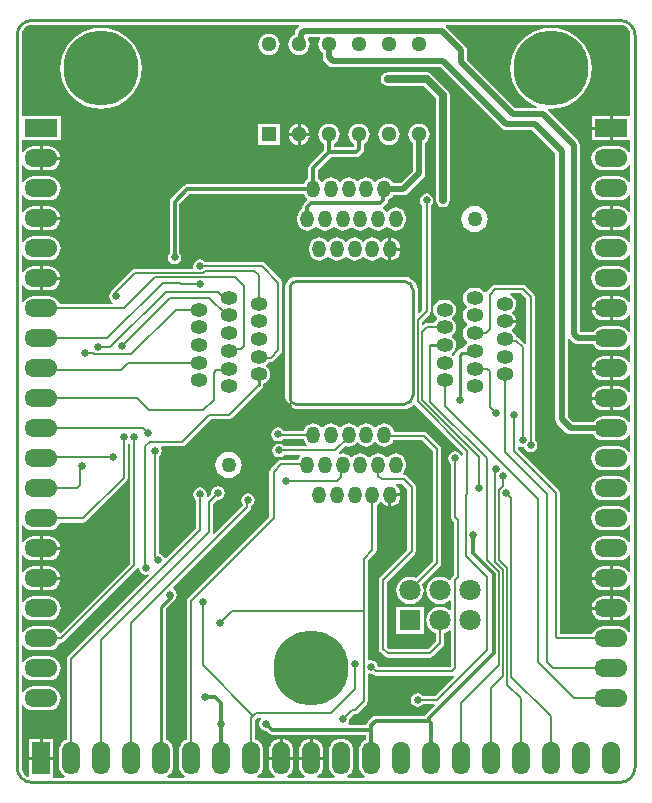
<source format=gtl>
G04*
G04 #@! TF.GenerationSoftware,Altium Limited,Altium Designer,21.2.2 (38)*
G04*
G04 Layer_Physical_Order=1*
G04 Layer_Color=255*
%FSLAX25Y25*%
%MOIN*%
G70*
G04*
G04 #@! TF.SameCoordinates,02BB65A1-8190-4807-ADF1-2835F9576F4A*
G04*
G04*
G04 #@! TF.FilePolarity,Positive*
G04*
G01*
G75*
%ADD11C,0.01000*%
%ADD13C,0.01200*%
%ADD16C,0.00800*%
%ADD17C,0.05079*%
%ADD18R,0.05079X0.05079*%
%ADD29C,0.02500*%
%ADD30C,0.02000*%
%ADD31O,0.04528X0.05709*%
%ADD32O,0.05709X0.04528*%
%ADD33C,0.05000*%
%ADD34C,0.07087*%
%ADD35R,0.07087X0.07087*%
%ADD36C,0.25000*%
%ADD37R,0.11000X0.06000*%
%ADD38O,0.11000X0.06000*%
%ADD39R,0.06000X0.11000*%
%ADD40O,0.06000X0.11000*%
%ADD41C,0.02800*%
%ADD42C,0.02500*%
G36*
X202012Y252337D02*
X202644Y252076D01*
X203212Y251696D01*
X203696Y251212D01*
X204076Y250644D01*
X204337Y250012D01*
X204471Y249342D01*
Y249000D01*
Y222000D01*
X198500D01*
Y218000D01*
Y214000D01*
X204471D01*
Y210299D01*
X204024Y210045D01*
X203971Y210048D01*
X203353Y210853D01*
X202517Y211494D01*
X201544Y211897D01*
X200500Y212035D01*
X195500D01*
X194456Y211897D01*
X193483Y211494D01*
X192647Y210853D01*
X192006Y210017D01*
X191603Y209044D01*
X191465Y208000D01*
X191603Y206956D01*
X192006Y205983D01*
X192647Y205147D01*
X193483Y204506D01*
X194456Y204103D01*
X195500Y203965D01*
X200500D01*
X201544Y204103D01*
X202517Y204506D01*
X203353Y205147D01*
X203971Y205952D01*
X204024Y205955D01*
X204471Y205701D01*
Y200299D01*
X204024Y200045D01*
X203971Y200048D01*
X203353Y200853D01*
X202517Y201494D01*
X201544Y201897D01*
X200500Y202034D01*
X195500D01*
X194456Y201897D01*
X193483Y201494D01*
X192647Y200853D01*
X192006Y200017D01*
X191603Y199044D01*
X191465Y198000D01*
X191603Y196956D01*
X192006Y195983D01*
X192647Y195147D01*
X193483Y194506D01*
X194456Y194103D01*
X195500Y193965D01*
X200500D01*
X201544Y194103D01*
X202517Y194506D01*
X203353Y195147D01*
X203971Y195952D01*
X204024Y195955D01*
X204471Y195701D01*
Y190299D01*
X204024Y190045D01*
X203971Y190048D01*
X203353Y190853D01*
X202517Y191494D01*
X201544Y191897D01*
X200500Y192034D01*
X198500D01*
Y188000D01*
Y183966D01*
X200500D01*
X201544Y184103D01*
X202517Y184506D01*
X203353Y185147D01*
X203971Y185952D01*
X204024Y185955D01*
X204471Y185701D01*
Y180299D01*
X204024Y180045D01*
X203971Y180048D01*
X203353Y180853D01*
X202517Y181494D01*
X201544Y181897D01*
X200500Y182035D01*
X195500D01*
X194456Y181897D01*
X193483Y181494D01*
X192647Y180853D01*
X192006Y180017D01*
X191603Y179044D01*
X191465Y178000D01*
X191603Y176956D01*
X192006Y175983D01*
X192647Y175147D01*
X193483Y174506D01*
X194456Y174103D01*
X195500Y173966D01*
X200500D01*
X201544Y174103D01*
X202517Y174506D01*
X203353Y175147D01*
X203971Y175952D01*
X204024Y175955D01*
X204471Y175701D01*
Y170299D01*
X204024Y170045D01*
X203971Y170048D01*
X203353Y170853D01*
X202517Y171494D01*
X201544Y171897D01*
X200500Y172035D01*
X195500D01*
X194456Y171897D01*
X193483Y171494D01*
X192647Y170853D01*
X192006Y170017D01*
X191603Y169044D01*
X191465Y168000D01*
X191603Y166956D01*
X192006Y165983D01*
X192647Y165147D01*
X193483Y164506D01*
X194456Y164103D01*
X195500Y163965D01*
X200500D01*
X201544Y164103D01*
X202517Y164506D01*
X203353Y165147D01*
X203971Y165952D01*
X204024Y165955D01*
X204471Y165701D01*
Y160299D01*
X204024Y160045D01*
X203971Y160048D01*
X203353Y160853D01*
X202517Y161494D01*
X201544Y161897D01*
X200500Y162034D01*
X198500D01*
Y158000D01*
Y153965D01*
X200500D01*
X201544Y154103D01*
X202517Y154506D01*
X203353Y155147D01*
X203971Y155952D01*
X204024Y155955D01*
X204471Y155701D01*
Y150299D01*
X204024Y150045D01*
X203971Y150048D01*
X203353Y150853D01*
X202517Y151494D01*
X201544Y151897D01*
X200500Y152034D01*
X195500D01*
X194456Y151897D01*
X193483Y151494D01*
X192647Y150853D01*
X192023Y150039D01*
X187845D01*
X187539Y150345D01*
Y212500D01*
X187384Y213280D01*
X186942Y213942D01*
X176836Y224048D01*
X177059Y224532D01*
X178000Y224458D01*
X180118Y224625D01*
X182185Y225121D01*
X184148Y225934D01*
X185960Y227045D01*
X187575Y228425D01*
X188955Y230040D01*
X190066Y231852D01*
X190879Y233815D01*
X191375Y235882D01*
X191542Y238000D01*
X191375Y240118D01*
X190879Y242185D01*
X190066Y244148D01*
X188955Y245960D01*
X187575Y247575D01*
X185960Y248955D01*
X184148Y250066D01*
X182185Y250879D01*
X180118Y251375D01*
X178000Y251542D01*
X175882Y251375D01*
X173815Y250879D01*
X171852Y250066D01*
X170040Y248955D01*
X168424Y247575D01*
X167044Y245960D01*
X165934Y244148D01*
X165121Y242185D01*
X164625Y240118D01*
X164458Y238000D01*
X164625Y235882D01*
X165121Y233815D01*
X165934Y231852D01*
X167044Y230040D01*
X168424Y228425D01*
X170040Y227045D01*
X171852Y225934D01*
X173409Y225289D01*
X173310Y224789D01*
X166095D01*
X150039Y240845D01*
Y244000D01*
X149884Y244780D01*
X149442Y245442D01*
X142942Y251942D01*
X142899Y251971D01*
X143051Y252471D01*
X201342D01*
X202012Y252337D01*
D02*
G37*
G36*
X94101Y251971D02*
X94058Y251942D01*
X93147Y251031D01*
X92705Y250370D01*
X92550Y249589D01*
Y249230D01*
X92215Y249092D01*
X91476Y248524D01*
X90908Y247785D01*
X90552Y246924D01*
X90430Y246000D01*
X90552Y245076D01*
X90908Y244215D01*
X91476Y243476D01*
X92215Y242908D01*
X93076Y242552D01*
X94000Y242430D01*
X94924Y242552D01*
X95785Y242908D01*
X96524Y243476D01*
X97092Y244215D01*
X97448Y245076D01*
X97570Y246000D01*
X97448Y246924D01*
X97092Y247785D01*
X96957Y247961D01*
X97203Y248461D01*
X100862D01*
X101083Y248012D01*
X100908Y247785D01*
X100552Y246924D01*
X100430Y246000D01*
X100552Y245076D01*
X100908Y244215D01*
X101476Y243476D01*
X101961Y243103D01*
Y241672D01*
X102116Y240891D01*
X102558Y240230D01*
X103730Y239058D01*
X103730Y239058D01*
X104391Y238616D01*
X105172Y238461D01*
X141155D01*
X161558Y218058D01*
X161558Y218058D01*
X162220Y217616D01*
X163000Y217461D01*
X171655D01*
X179461Y209655D01*
Y121000D01*
X179616Y120220D01*
X180058Y119558D01*
X183058Y116558D01*
X183720Y116116D01*
X184500Y115961D01*
X192023D01*
X192647Y115147D01*
X193483Y114506D01*
X194456Y114103D01*
X195500Y113965D01*
X200500D01*
X201544Y114103D01*
X202517Y114506D01*
X203353Y115147D01*
X203971Y115952D01*
X204024Y115955D01*
X204471Y115701D01*
Y110299D01*
X204024Y110045D01*
X203971Y110048D01*
X203353Y110853D01*
X202517Y111494D01*
X201544Y111897D01*
X200500Y112034D01*
X195500D01*
X194456Y111897D01*
X193483Y111494D01*
X192647Y110853D01*
X192006Y110017D01*
X191603Y109044D01*
X191465Y108000D01*
X191603Y106956D01*
X192006Y105983D01*
X192647Y105147D01*
X193483Y104506D01*
X194456Y104103D01*
X195500Y103965D01*
X200500D01*
X201544Y104103D01*
X202517Y104506D01*
X203353Y105147D01*
X203971Y105952D01*
X204024Y105955D01*
X204471Y105701D01*
Y100299D01*
X204024Y100045D01*
X203971Y100048D01*
X203353Y100853D01*
X202517Y101494D01*
X201544Y101897D01*
X200500Y102034D01*
X195500D01*
X194456Y101897D01*
X193483Y101494D01*
X192647Y100853D01*
X192006Y100017D01*
X191603Y99044D01*
X191465Y98000D01*
X191603Y96956D01*
X192006Y95983D01*
X192647Y95147D01*
X193483Y94506D01*
X194456Y94103D01*
X195500Y93966D01*
X200500D01*
X201544Y94103D01*
X202517Y94506D01*
X203353Y95147D01*
X203971Y95952D01*
X204024Y95955D01*
X204471Y95701D01*
Y90299D01*
X204024Y90045D01*
X203971Y90048D01*
X203353Y90853D01*
X202517Y91494D01*
X201544Y91897D01*
X200500Y92035D01*
X195500D01*
X194456Y91897D01*
X193483Y91494D01*
X192647Y90853D01*
X192006Y90017D01*
X191603Y89044D01*
X191465Y88000D01*
X191603Y86956D01*
X192006Y85983D01*
X192647Y85147D01*
X193483Y84506D01*
X194456Y84103D01*
X195500Y83965D01*
X200500D01*
X201544Y84103D01*
X202517Y84506D01*
X203353Y85147D01*
X203971Y85952D01*
X204024Y85955D01*
X204471Y85701D01*
Y80299D01*
X204024Y80045D01*
X203971Y80048D01*
X203353Y80853D01*
X202517Y81494D01*
X201544Y81897D01*
X200500Y82034D01*
X195500D01*
X194456Y81897D01*
X193483Y81494D01*
X192647Y80853D01*
X192006Y80017D01*
X191603Y79044D01*
X191465Y78000D01*
X191603Y76956D01*
X192006Y75983D01*
X192647Y75147D01*
X193483Y74506D01*
X194456Y74103D01*
X195500Y73966D01*
X200500D01*
X201544Y74103D01*
X202517Y74506D01*
X203353Y75147D01*
X203971Y75952D01*
X204024Y75955D01*
X204471Y75701D01*
Y70299D01*
X204024Y70045D01*
X203971Y70048D01*
X203353Y70853D01*
X202517Y71494D01*
X201544Y71897D01*
X200500Y72035D01*
X198500D01*
Y68000D01*
Y63965D01*
X200500D01*
X201544Y64103D01*
X202517Y64506D01*
X203353Y65147D01*
X203971Y65952D01*
X204024Y65955D01*
X204471Y65701D01*
Y60299D01*
X204024Y60045D01*
X203971Y60048D01*
X203353Y60853D01*
X202517Y61494D01*
X201544Y61897D01*
X200500Y62034D01*
X198500D01*
Y58000D01*
Y53966D01*
X200500D01*
X201544Y54103D01*
X202517Y54506D01*
X203353Y55147D01*
X203971Y55952D01*
X204024Y55955D01*
X204471Y55701D01*
Y50299D01*
X204024Y50045D01*
X203971Y50048D01*
X203353Y50853D01*
X202517Y51494D01*
X201544Y51897D01*
X200500Y52034D01*
X195500D01*
X194456Y51897D01*
X193483Y51494D01*
X192647Y50853D01*
X192006Y50017D01*
X191762Y49427D01*
X180927D01*
Y96500D01*
X180927Y96500D01*
X180819Y97046D01*
X180509Y97509D01*
X166927Y111091D01*
Y111814D01*
X167368Y112050D01*
X167622Y111881D01*
X168500Y111706D01*
X168984Y111802D01*
X169039Y111527D01*
X169536Y110783D01*
X170280Y110286D01*
X171158Y110111D01*
X172036Y110286D01*
X172780Y110783D01*
X173278Y111527D01*
X173452Y112405D01*
X173278Y113283D01*
X172780Y114027D01*
X172586Y114157D01*
Y161842D01*
X172586Y161842D01*
X172477Y162388D01*
X172168Y162851D01*
X172168Y162851D01*
X169509Y165509D01*
X169046Y165819D01*
X168500Y165927D01*
X168500Y165927D01*
X159469D01*
X158922Y165819D01*
X158459Y165509D01*
X158459Y165509D01*
X156491Y163541D01*
X156398Y163402D01*
X156327Y163371D01*
X155794Y163398D01*
X155418Y163887D01*
X154736Y164410D01*
X153943Y164739D01*
X153091Y164851D01*
X151909D01*
X151057Y164739D01*
X150264Y164410D01*
X149582Y163887D01*
X149058Y163205D01*
X148730Y162411D01*
X148617Y161559D01*
X148730Y160707D01*
X149058Y159913D01*
X149582Y159231D01*
X149998Y158912D01*
Y158301D01*
X149582Y157981D01*
X149058Y157299D01*
X148730Y156506D01*
X148617Y155654D01*
X148730Y154801D01*
X149058Y154008D01*
X149582Y153326D01*
X149998Y153006D01*
Y152395D01*
X149582Y152076D01*
X149058Y151394D01*
X148730Y150600D01*
X148617Y149748D01*
X148730Y148896D01*
X149058Y148102D01*
X149582Y147420D01*
X149998Y147101D01*
Y146490D01*
X149582Y146170D01*
X149058Y145489D01*
X148731Y144697D01*
X148168D01*
X147582Y144580D01*
X147086Y144249D01*
X146419Y143581D01*
X146087Y143085D01*
X145971Y142500D01*
Y142335D01*
X145471Y142165D01*
X145418Y142233D01*
X145002Y142553D01*
Y143164D01*
X145418Y143483D01*
X145941Y144165D01*
X146270Y144959D01*
X146382Y145811D01*
X146270Y146663D01*
X145941Y147457D01*
X145418Y148139D01*
X145002Y148458D01*
Y149069D01*
X145418Y149389D01*
X145941Y150071D01*
X146270Y150865D01*
X146382Y151716D01*
X146270Y152569D01*
X145941Y153363D01*
X145418Y154044D01*
X145002Y154364D01*
Y154975D01*
X145418Y155294D01*
X145941Y155976D01*
X146270Y156770D01*
X146382Y157622D01*
X146270Y158474D01*
X145941Y159268D01*
X145418Y159950D01*
X144737Y160473D01*
X143943Y160802D01*
X143091Y160914D01*
X141909D01*
X141057Y160802D01*
X140263Y160473D01*
X139582Y159950D01*
X139058Y159268D01*
X138730Y158474D01*
X138618Y157622D01*
X138730Y156770D01*
X139058Y155976D01*
X139582Y155294D01*
X139998Y154975D01*
Y154364D01*
X139582Y154044D01*
X139058Y153363D01*
X138968Y153144D01*
X136716D01*
X136170Y153035D01*
X135707Y152726D01*
X135707Y152726D01*
X135389Y152408D01*
X134927Y152599D01*
Y153409D01*
X137509Y155991D01*
X137509Y155991D01*
X137819Y156454D01*
X137927Y157000D01*
X137927Y157000D01*
Y192248D01*
X138122Y192378D01*
X138619Y193122D01*
X138794Y194000D01*
X138619Y194878D01*
X138122Y195622D01*
X137378Y196119D01*
X136500Y196294D01*
X135622Y196119D01*
X134878Y195622D01*
X134380Y194878D01*
X134206Y194000D01*
X134380Y193122D01*
X134878Y192378D01*
X135073Y192248D01*
Y157591D01*
X133991Y156510D01*
X133529Y156701D01*
Y164295D01*
X133500Y164443D01*
Y164594D01*
X133385Y165173D01*
X133327Y165313D01*
X133298Y165460D01*
X133071Y166006D01*
X132988Y166131D01*
X132930Y166271D01*
X132602Y166762D01*
X132495Y166869D01*
X132412Y166994D01*
X131994Y167412D01*
X131869Y167495D01*
X131762Y167602D01*
X131271Y167930D01*
X131131Y167988D01*
X131006Y168071D01*
X130460Y168298D01*
X130313Y168327D01*
X130173Y168385D01*
X129594Y168500D01*
X129443D01*
X129296Y168529D01*
X92602D01*
X92017Y168413D01*
X91282Y168108D01*
X90786Y167777D01*
X90223Y167214D01*
X89891Y166718D01*
X89587Y165983D01*
X89471Y165398D01*
Y165000D01*
Y128000D01*
X89514Y127780D01*
X89536Y127556D01*
X89572Y127489D01*
X89587Y127415D01*
X89712Y127228D01*
X89818Y127030D01*
X89876Y126982D01*
X89919Y126919D01*
X90105Y126794D01*
X90279Y126651D01*
X90352Y126629D01*
X90415Y126587D01*
X90635Y126543D01*
X90850Y126478D01*
X91014Y126462D01*
X91245Y126366D01*
X91366Y126245D01*
X91462Y126014D01*
X91478Y125850D01*
X91543Y125635D01*
X91587Y125415D01*
X91629Y125352D01*
X91651Y125279D01*
X91794Y125105D01*
X91919Y124919D01*
X91982Y124876D01*
X92030Y124818D01*
X92228Y124712D01*
X92415Y124587D01*
X92489Y124572D01*
X92556Y124537D01*
X92780Y124514D01*
X93000Y124471D01*
X129296D01*
X129443Y124500D01*
X129594D01*
X130173Y124615D01*
X130313Y124673D01*
X130460Y124702D01*
X131006Y124928D01*
X131131Y125012D01*
X131271Y125070D01*
X131762Y125398D01*
X131869Y125505D01*
X131994Y125588D01*
X132101Y125696D01*
X132459Y125967D01*
X132783Y125698D01*
X148573Y109909D01*
Y109031D01*
X148360Y108959D01*
X148073Y108948D01*
X147622Y109622D01*
X146878Y110119D01*
X146000Y110294D01*
X145122Y110119D01*
X144378Y109622D01*
X143880Y108878D01*
X143706Y108000D01*
X143880Y107122D01*
X144378Y106378D01*
X144573Y106248D01*
Y88520D01*
X144573Y88520D01*
X144681Y87974D01*
X144991Y87511D01*
X145573Y86929D01*
Y69091D01*
X144991Y68509D01*
X144681Y68046D01*
X144587Y67573D01*
X144571Y67558D01*
X144369Y67447D01*
X144073Y67369D01*
X143291Y67969D01*
X142186Y68426D01*
X141000Y68582D01*
X139814Y68426D01*
X138709Y67969D01*
X137760Y67240D01*
X137031Y66291D01*
X136574Y65186D01*
X136417Y64000D01*
X136574Y62814D01*
X137031Y61709D01*
X137760Y60760D01*
X138709Y60031D01*
X139814Y59574D01*
X141000Y59417D01*
X142186Y59574D01*
X143291Y60031D01*
X144073Y60631D01*
X144573Y60411D01*
Y57589D01*
X144073Y57369D01*
X143291Y57969D01*
X142186Y58426D01*
X141000Y58583D01*
X139814Y58426D01*
X138709Y57969D01*
X137760Y57240D01*
X137031Y56291D01*
X136574Y55186D01*
X136417Y54000D01*
X136574Y52814D01*
X137031Y51709D01*
X137760Y50760D01*
X138709Y50031D01*
X139573Y49674D01*
Y47091D01*
X136909Y44427D01*
X124091D01*
X123427Y45091D01*
Y66909D01*
X132509Y75991D01*
X132509Y75991D01*
X132819Y76454D01*
X132927Y77000D01*
X132927Y77000D01*
Y98531D01*
X132927Y98531D01*
X132819Y99078D01*
X132509Y99541D01*
X130041Y102009D01*
X129578Y102319D01*
X129031Y102427D01*
X128668Y102740D01*
X128634Y102927D01*
X129130Y103575D01*
X129459Y104368D01*
X129571Y105220D01*
Y106402D01*
X129459Y107254D01*
X129130Y108048D01*
X128607Y108729D01*
X127926Y109253D01*
X127131Y109581D01*
X126279Y109694D01*
X125427Y109581D01*
X124634Y109253D01*
X123952Y108729D01*
X123632Y108313D01*
X123021D01*
X122702Y108729D01*
X122020Y109253D01*
X121226Y109581D01*
X120374Y109694D01*
X119522Y109581D01*
X118728Y109253D01*
X118046Y108729D01*
X117727Y108313D01*
X117116D01*
X116796Y108729D01*
X116114Y109253D01*
X115321Y109581D01*
X114469Y109694D01*
X113617Y109581D01*
X112822Y109253D01*
X112141Y108729D01*
X111821Y108313D01*
X111210D01*
X110891Y108729D01*
X110209Y109253D01*
X109415Y109581D01*
X108563Y109694D01*
X107711Y109581D01*
X107553Y109516D01*
X107269Y109940D01*
X109461Y112131D01*
X109679Y112041D01*
X110531Y111928D01*
X111383Y112041D01*
X112178Y112370D01*
X112859Y112893D01*
X113179Y113309D01*
X113790D01*
X114109Y112893D01*
X114791Y112370D01*
X115585Y112041D01*
X116437Y111928D01*
X117289Y112041D01*
X118083Y112370D01*
X118765Y112893D01*
X119084Y113309D01*
X119695D01*
X120015Y112893D01*
X120697Y112370D01*
X121491Y112041D01*
X122343Y111928D01*
X123195Y112041D01*
X123988Y112370D01*
X124670Y112893D01*
X125193Y113575D01*
X125400Y114073D01*
X134909D01*
X138573Y110409D01*
Y73591D01*
X133050Y68069D01*
X132186Y68426D01*
X131000Y68582D01*
X129814Y68426D01*
X128709Y67969D01*
X127760Y67240D01*
X127031Y66291D01*
X126574Y65186D01*
X126418Y64000D01*
X126574Y62814D01*
X127031Y61709D01*
X127760Y60760D01*
X128709Y60031D01*
X129814Y59574D01*
X131000Y59417D01*
X132186Y59574D01*
X133291Y60031D01*
X134240Y60760D01*
X134969Y61709D01*
X135426Y62814D01*
X135582Y64000D01*
X135426Y65186D01*
X135069Y66050D01*
X141009Y71991D01*
X141009Y71991D01*
X141319Y72454D01*
X141427Y73000D01*
X141427Y73000D01*
Y111000D01*
X141427Y111000D01*
X141319Y111546D01*
X141009Y112009D01*
X141009Y112009D01*
X136509Y116509D01*
X136046Y116819D01*
X135500Y116927D01*
X135500Y116927D01*
X125565D01*
X125522Y117254D01*
X125193Y118048D01*
X124670Y118729D01*
X123988Y119253D01*
X123195Y119581D01*
X122343Y119694D01*
X121491Y119581D01*
X120697Y119253D01*
X120015Y118729D01*
X119695Y118313D01*
X119084D01*
X118765Y118729D01*
X118083Y119253D01*
X117289Y119581D01*
X116437Y119694D01*
X115585Y119581D01*
X114791Y119253D01*
X114109Y118729D01*
X113790Y118313D01*
X113179D01*
X112859Y118729D01*
X112178Y119253D01*
X111383Y119581D01*
X110531Y119694D01*
X109679Y119581D01*
X108886Y119253D01*
X108204Y118729D01*
X107884Y118313D01*
X107273D01*
X106954Y118729D01*
X106272Y119253D01*
X105478Y119581D01*
X104626Y119694D01*
X103774Y119581D01*
X102980Y119253D01*
X102298Y118729D01*
X101979Y118313D01*
X101368D01*
X101048Y118729D01*
X100366Y119253D01*
X99572Y119581D01*
X98721Y119694D01*
X97868Y119581D01*
X97075Y119253D01*
X96393Y118729D01*
X95870Y118048D01*
X95541Y117254D01*
X95539Y117238D01*
X88879D01*
X88622Y117622D01*
X87878Y118120D01*
X87000Y118294D01*
X86122Y118120D01*
X85378Y117622D01*
X84881Y116878D01*
X84706Y116000D01*
X84881Y115122D01*
X85378Y114378D01*
X86122Y113881D01*
X87000Y113706D01*
X87878Y113881D01*
X88622Y114378D01*
X88626Y114384D01*
X95539D01*
X95541Y114368D01*
X95870Y113575D01*
X96393Y112893D01*
X96792Y112586D01*
X96622Y112086D01*
X89093D01*
X88963Y112281D01*
X88219Y112778D01*
X87341Y112953D01*
X86463Y112778D01*
X85719Y112281D01*
X85221Y111537D01*
X85047Y110659D01*
X85221Y109781D01*
X85719Y109037D01*
X86463Y108540D01*
X87341Y108365D01*
X88219Y108540D01*
X88963Y109037D01*
X89093Y109232D01*
X94301D01*
X94462Y108758D01*
X94424Y108729D01*
X93901Y108048D01*
X93644Y107427D01*
X88000D01*
X87454Y107319D01*
X86991Y107009D01*
X86991Y107009D01*
X84491Y104509D01*
X84181Y104046D01*
X84073Y103500D01*
X84073Y103500D01*
Y88591D01*
X56991Y61509D01*
X56681Y61046D01*
X56573Y60500D01*
X56573Y60500D01*
Y14238D01*
X55983Y13994D01*
X55147Y13353D01*
X54506Y12517D01*
X54103Y11544D01*
X53966Y10500D01*
Y5500D01*
X54103Y4456D01*
X54506Y3483D01*
X55147Y2647D01*
X55952Y2029D01*
X55955Y1976D01*
X55701Y1529D01*
X50299D01*
X50045Y1976D01*
X50048Y2029D01*
X50853Y2647D01*
X51494Y3483D01*
X51897Y4456D01*
X52034Y5500D01*
Y10500D01*
X51897Y11544D01*
X51494Y12517D01*
X50853Y13353D01*
X50017Y13994D01*
X49529Y14196D01*
Y57867D01*
X52377Y60714D01*
X52622Y60878D01*
X53119Y61622D01*
X53294Y62500D01*
X53119Y63378D01*
X52622Y64122D01*
X52158Y64432D01*
X52071Y65052D01*
X77684Y90665D01*
X77684Y90665D01*
X77994Y91128D01*
X78102Y91675D01*
X78102Y91675D01*
Y92030D01*
X78622Y92378D01*
X79119Y93122D01*
X79294Y94000D01*
X79119Y94878D01*
X78622Y95622D01*
X77878Y96119D01*
X77000Y96294D01*
X76122Y96119D01*
X75378Y95622D01*
X74881Y94878D01*
X74706Y94000D01*
X74881Y93122D01*
X75247Y92573D01*
Y92266D01*
X65754Y82772D01*
X65745Y82776D01*
X65341Y83067D01*
X65427Y83500D01*
X65427Y83500D01*
Y92909D01*
X66770Y94252D01*
X67000Y94206D01*
X67878Y94381D01*
X68622Y94878D01*
X69119Y95622D01*
X69294Y96500D01*
X69119Y97378D01*
X68622Y98122D01*
X67878Y98619D01*
X67000Y98794D01*
X66122Y98619D01*
X65378Y98122D01*
X64881Y97378D01*
X64706Y96500D01*
X64752Y96270D01*
X63636Y95154D01*
X63175Y95401D01*
X63294Y96000D01*
X63119Y96878D01*
X62622Y97622D01*
X61878Y98119D01*
X61000Y98294D01*
X60122Y98119D01*
X59378Y97622D01*
X58881Y96878D01*
X58706Y96000D01*
X58881Y95122D01*
X59378Y94378D01*
X59573Y94248D01*
Y84591D01*
X49617Y74636D01*
X49139Y74781D01*
X49119Y74878D01*
X48622Y75622D01*
X47878Y76119D01*
X47427Y76209D01*
Y108748D01*
X47622Y108878D01*
X48120Y109622D01*
X48294Y110500D01*
X48120Y111378D01*
X47950Y111632D01*
X48186Y112073D01*
X55000D01*
X55000Y112073D01*
X55546Y112181D01*
X56009Y112491D01*
X64591Y121073D01*
X70500D01*
X70500Y121073D01*
X71046Y121181D01*
X71509Y121491D01*
X81178Y131160D01*
X81613Y131450D01*
X81945Y131946D01*
X82061Y132531D01*
Y132825D01*
X82768Y133118D01*
X83450Y133641D01*
X83973Y134323D01*
X84302Y135117D01*
X84414Y135968D01*
X84302Y136820D01*
X83973Y137615D01*
X83450Y138296D01*
X83033Y138616D01*
Y139227D01*
X83450Y139546D01*
X83854Y140073D01*
X84500D01*
X84500Y140073D01*
X85046Y140181D01*
X85509Y140491D01*
X88009Y142991D01*
X88009Y142991D01*
X88319Y143454D01*
X88427Y144000D01*
Y166500D01*
X88319Y167046D01*
X88009Y167509D01*
X88009Y167509D01*
X82509Y173009D01*
X82046Y173319D01*
X81500Y173427D01*
X81500Y173427D01*
X62752D01*
X62622Y173622D01*
X61878Y174119D01*
X61000Y174294D01*
X60122Y174119D01*
X59378Y173622D01*
X58881Y172878D01*
X58706Y172000D01*
X58793Y171564D01*
X58476Y171177D01*
X39250D01*
X39250Y171177D01*
X38704Y171069D01*
X38241Y170759D01*
X38241Y170759D01*
X31572Y164091D01*
X31263Y163628D01*
X31212Y163374D01*
X30880Y162878D01*
X30706Y162000D01*
X30880Y161122D01*
X31378Y160378D01*
X32052Y159927D01*
X32041Y159640D01*
X31969Y159427D01*
X14238D01*
X13994Y160017D01*
X13353Y160853D01*
X12517Y161494D01*
X11544Y161897D01*
X10500Y162034D01*
X5500D01*
X4456Y161897D01*
X3483Y161494D01*
X2647Y160853D01*
X2029Y160048D01*
X1976Y160045D01*
X1529Y160299D01*
Y165701D01*
X1976Y165955D01*
X2029Y165952D01*
X2647Y165147D01*
X3483Y164506D01*
X4456Y164103D01*
X5500Y163965D01*
X7500D01*
Y168000D01*
Y172035D01*
X5500D01*
X4456Y171897D01*
X3483Y171494D01*
X2647Y170853D01*
X2029Y170048D01*
X1976Y170045D01*
X1529Y170299D01*
Y175701D01*
X1976Y175955D01*
X2029Y175952D01*
X2647Y175147D01*
X3483Y174506D01*
X4456Y174103D01*
X5500Y173966D01*
X10500D01*
X11544Y174103D01*
X12517Y174506D01*
X13353Y175147D01*
X13994Y175983D01*
X14397Y176956D01*
X14535Y178000D01*
X14397Y179044D01*
X13994Y180017D01*
X13353Y180853D01*
X12517Y181494D01*
X11544Y181897D01*
X10500Y182035D01*
X5500D01*
X4456Y181897D01*
X3483Y181494D01*
X2647Y180853D01*
X2029Y180048D01*
X1976Y180045D01*
X1529Y180299D01*
Y185701D01*
X1976Y185955D01*
X2029Y185952D01*
X2647Y185147D01*
X3483Y184506D01*
X4456Y184103D01*
X5500Y183966D01*
X7500D01*
Y188000D01*
Y192034D01*
X5500D01*
X4456Y191897D01*
X3483Y191494D01*
X2647Y190853D01*
X2029Y190048D01*
X1976Y190045D01*
X1529Y190299D01*
Y195701D01*
X1976Y195955D01*
X2029Y195952D01*
X2647Y195147D01*
X3483Y194506D01*
X4456Y194103D01*
X5500Y193965D01*
X10500D01*
X11544Y194103D01*
X12517Y194506D01*
X13353Y195147D01*
X13994Y195983D01*
X14397Y196956D01*
X14535Y198000D01*
X14397Y199044D01*
X13994Y200017D01*
X13353Y200853D01*
X12517Y201494D01*
X11544Y201897D01*
X10500Y202034D01*
X5500D01*
X4456Y201897D01*
X3483Y201494D01*
X2647Y200853D01*
X2029Y200048D01*
X1976Y200045D01*
X1529Y200299D01*
Y205701D01*
X1976Y205955D01*
X2029Y205952D01*
X2647Y205147D01*
X3483Y204506D01*
X4456Y204103D01*
X5500Y203965D01*
X7500D01*
Y208000D01*
Y212035D01*
X5500D01*
X4456Y211897D01*
X3483Y211494D01*
X2647Y210853D01*
X2029Y210048D01*
X1976Y210045D01*
X1529Y210299D01*
Y214000D01*
X14500D01*
Y222000D01*
X1529D01*
Y249000D01*
Y249342D01*
X1663Y250012D01*
X1924Y250644D01*
X2304Y251212D01*
X2788Y251696D01*
X3356Y252076D01*
X3988Y252337D01*
X4658Y252471D01*
X93949D01*
X94101Y251971D01*
D02*
G37*
G36*
X169731Y161250D02*
Y146495D01*
X169231Y146288D01*
X167443Y148076D01*
X166980Y148385D01*
X166434Y148494D01*
X166270Y148632D01*
X165942Y149425D01*
X165418Y150107D01*
X165002Y150427D01*
Y151038D01*
X165418Y151357D01*
X165942Y152039D01*
X166270Y152833D01*
X166317Y153185D01*
X162500D01*
Y154185D01*
X166317D01*
X166270Y154537D01*
X165942Y155331D01*
X165418Y156013D01*
X165002Y156333D01*
Y156943D01*
X165418Y157263D01*
X165942Y157945D01*
X166270Y158739D01*
X166383Y159591D01*
X166270Y160443D01*
X165942Y161237D01*
X165418Y161918D01*
X164736Y162442D01*
X164420Y162573D01*
X164520Y163073D01*
X167909D01*
X169731Y161250D01*
D02*
G37*
G36*
X184058Y148058D02*
X185558Y146558D01*
X186220Y146116D01*
X187000Y145961D01*
X192023D01*
X192647Y145147D01*
X193483Y144506D01*
X194456Y144103D01*
X195500Y143965D01*
X200500D01*
X201544Y144103D01*
X202517Y144506D01*
X203353Y145147D01*
X203971Y145952D01*
X204024Y145955D01*
X204471Y145701D01*
Y140299D01*
X204024Y140045D01*
X203971Y140048D01*
X203353Y140853D01*
X202517Y141494D01*
X201544Y141897D01*
X200500Y142034D01*
X198500D01*
Y138000D01*
Y133966D01*
X200500D01*
X201544Y134103D01*
X202517Y134506D01*
X203353Y135147D01*
X203971Y135952D01*
X204024Y135955D01*
X204471Y135701D01*
Y130299D01*
X204024Y130045D01*
X203971Y130048D01*
X203353Y130853D01*
X202517Y131494D01*
X201544Y131897D01*
X200500Y132035D01*
X198500D01*
Y128000D01*
Y123966D01*
X200500D01*
X201544Y124103D01*
X202517Y124506D01*
X203353Y125147D01*
X203971Y125952D01*
X204024Y125955D01*
X204471Y125701D01*
Y120299D01*
X204024Y120045D01*
X203971Y120048D01*
X203353Y120853D01*
X202517Y121494D01*
X201544Y121897D01*
X200500Y122035D01*
X195500D01*
X194456Y121897D01*
X193483Y121494D01*
X192647Y120853D01*
X192023Y120039D01*
X185345D01*
X183539Y121845D01*
Y147935D01*
X184039Y148086D01*
X184058Y148058D01*
D02*
G37*
G36*
X130073Y97940D02*
Y77591D01*
X120991Y68509D01*
X120681Y68046D01*
X120573Y67500D01*
X120573Y67500D01*
Y44500D01*
X120573Y44500D01*
X120681Y43954D01*
X120991Y43491D01*
X122491Y41991D01*
X122954Y41681D01*
X123500Y41573D01*
X123500Y41573D01*
X137500D01*
X137500Y41573D01*
X138046Y41681D01*
X138509Y41991D01*
X142009Y45491D01*
X142009Y45491D01*
X142319Y45954D01*
X142427Y46500D01*
X142427Y46500D01*
Y49674D01*
X143291Y50031D01*
X144073Y50631D01*
X144573Y50411D01*
Y38591D01*
X144409Y38427D01*
X120354D01*
X120294Y38500D01*
X120120Y39378D01*
X119622Y40122D01*
X118878Y40620D01*
X118000Y40794D01*
X117427Y40680D01*
X116927Y41045D01*
Y57000D01*
Y73909D01*
X119415Y76396D01*
X119415Y76396D01*
X119724Y76859D01*
X119833Y77406D01*
X119833Y77406D01*
Y92279D01*
X120052Y92370D01*
X120733Y92893D01*
X121053Y93309D01*
X121664D01*
X121983Y92893D01*
X122665Y92370D01*
X123459Y92041D01*
X123811Y91994D01*
Y95811D01*
X124311D01*
Y96311D01*
X127603D01*
Y96402D01*
X127491Y97254D01*
X127162Y98048D01*
X126639Y98729D01*
X126191Y99073D01*
X126361Y99573D01*
X128440D01*
X130073Y97940D01*
D02*
G37*
G36*
X37573Y112841D02*
Y72891D01*
X14518Y49837D01*
X14028Y49935D01*
X13994Y50017D01*
X13353Y50853D01*
X12517Y51494D01*
X11544Y51897D01*
X10500Y52034D01*
X5500D01*
X4456Y51897D01*
X3483Y51494D01*
X2647Y50853D01*
X2029Y50048D01*
X1976Y50045D01*
X1529Y50299D01*
Y55701D01*
X1976Y55955D01*
X2029Y55952D01*
X2647Y55147D01*
X3483Y54506D01*
X4456Y54103D01*
X5500Y53966D01*
X10500D01*
X11544Y54103D01*
X12517Y54506D01*
X13353Y55147D01*
X13994Y55983D01*
X14397Y56956D01*
X14535Y58000D01*
X14397Y59044D01*
X13994Y60017D01*
X13353Y60853D01*
X12517Y61494D01*
X11544Y61897D01*
X10500Y62034D01*
X5500D01*
X4456Y61897D01*
X3483Y61494D01*
X2647Y60853D01*
X2029Y60048D01*
X1976Y60045D01*
X1529Y60299D01*
Y65701D01*
X1976Y65955D01*
X2029Y65952D01*
X2647Y65147D01*
X3483Y64506D01*
X4456Y64103D01*
X5500Y63965D01*
X7500D01*
Y68000D01*
Y72035D01*
X5500D01*
X4456Y71897D01*
X3483Y71494D01*
X2647Y70853D01*
X2029Y70048D01*
X1976Y70045D01*
X1529Y70299D01*
Y75701D01*
X1976Y75955D01*
X2029Y75952D01*
X2647Y75147D01*
X3483Y74506D01*
X4456Y74103D01*
X5500Y73966D01*
X7500D01*
Y78000D01*
Y82034D01*
X5500D01*
X4456Y81897D01*
X3483Y81494D01*
X2647Y80853D01*
X2029Y80048D01*
X1976Y80045D01*
X1529Y80299D01*
Y85701D01*
X1976Y85955D01*
X2029Y85952D01*
X2647Y85147D01*
X3483Y84506D01*
X4456Y84103D01*
X5500Y83965D01*
X10500D01*
X11544Y84103D01*
X12517Y84506D01*
X13353Y85147D01*
X13994Y85983D01*
X14238Y86573D01*
X22000D01*
X22000Y86573D01*
X22546Y86681D01*
X23009Y86991D01*
X36509Y100491D01*
X36509Y100491D01*
X36819Y100954D01*
X36927Y101500D01*
Y112841D01*
X37250Y113027D01*
X37573Y112841D01*
D02*
G37*
G36*
X40563Y71529D02*
X40716Y71448D01*
X40881Y70622D01*
X41378Y69878D01*
X42122Y69381D01*
X43000Y69206D01*
X43599Y69325D01*
X43846Y68864D01*
X16991Y42009D01*
X16681Y41546D01*
X16573Y41000D01*
X16573Y41000D01*
Y14238D01*
X15983Y13994D01*
X15147Y13353D01*
X14506Y12517D01*
X14103Y11544D01*
X13965Y10500D01*
Y5500D01*
X14103Y4456D01*
X14506Y3483D01*
X15147Y2647D01*
X15952Y2029D01*
X15955Y1976D01*
X15701Y1529D01*
X12000D01*
Y7500D01*
X8000D01*
X4000D01*
Y2199D01*
X3500Y1865D01*
X3356Y1924D01*
X2788Y2304D01*
X2304Y2788D01*
X1924Y3356D01*
X1663Y3988D01*
X1529Y4658D01*
Y5000D01*
Y25701D01*
X1976Y25955D01*
X2029Y25952D01*
X2647Y25147D01*
X3483Y24506D01*
X4456Y24103D01*
X5500Y23966D01*
X10500D01*
X11544Y24103D01*
X12517Y24506D01*
X13353Y25147D01*
X13994Y25983D01*
X14397Y26956D01*
X14535Y28000D01*
X14397Y29044D01*
X13994Y30017D01*
X13353Y30853D01*
X12517Y31494D01*
X11544Y31897D01*
X10500Y32035D01*
X5500D01*
X4456Y31897D01*
X3483Y31494D01*
X2647Y30853D01*
X2029Y30048D01*
X1976Y30045D01*
X1529Y30299D01*
Y35701D01*
X1976Y35955D01*
X2029Y35952D01*
X2647Y35147D01*
X3483Y34506D01*
X4456Y34103D01*
X5500Y33966D01*
X10500D01*
X11544Y34103D01*
X12517Y34506D01*
X13353Y35147D01*
X13994Y35983D01*
X14397Y36956D01*
X14535Y38000D01*
X14397Y39044D01*
X13994Y40017D01*
X13353Y40853D01*
X12517Y41494D01*
X11544Y41897D01*
X10500Y42035D01*
X5500D01*
X4456Y41897D01*
X3483Y41494D01*
X2647Y40853D01*
X2029Y40048D01*
X1976Y40045D01*
X1529Y40299D01*
Y45701D01*
X1976Y45955D01*
X2029Y45952D01*
X2647Y45147D01*
X3483Y44506D01*
X4456Y44103D01*
X5500Y43966D01*
X10500D01*
X11544Y44103D01*
X12517Y44506D01*
X13353Y45147D01*
X13994Y45983D01*
X14238Y46573D01*
X14700D01*
X14700Y46573D01*
X15246Y46681D01*
X15709Y46991D01*
X40009Y71291D01*
X40216Y71600D01*
X40563Y71529D01*
D02*
G37*
G36*
X118000Y36206D02*
X118230Y36252D01*
X118491Y35991D01*
X118954Y35681D01*
X119500Y35573D01*
X119500Y35573D01*
X145000D01*
X145000Y35573D01*
X145433Y35659D01*
X145724Y35255D01*
X145728Y35246D01*
X139409Y28927D01*
X135252D01*
X135122Y29122D01*
X134378Y29620D01*
X133500Y29794D01*
X132622Y29620D01*
X131878Y29122D01*
X131380Y28378D01*
X131206Y27500D01*
X131380Y26622D01*
X131878Y25878D01*
X132622Y25381D01*
X133500Y25206D01*
X134378Y25381D01*
X135122Y25878D01*
X135252Y26073D01*
X139112D01*
X139304Y25611D01*
X136144Y22451D01*
X135930Y22131D01*
X119500D01*
X118876Y22007D01*
X118347Y21654D01*
X116847Y20154D01*
X116493Y19624D01*
X116395Y19131D01*
X110559D01*
X110292Y19631D01*
X110619Y20122D01*
X110794Y21000D01*
X110748Y21230D01*
X112254Y22735D01*
X112663D01*
X112663Y22735D01*
X113209Y22844D01*
X113672Y23153D01*
X116509Y25991D01*
X116509Y25991D01*
X116819Y26454D01*
X116927Y27000D01*
Y35955D01*
X117427Y36320D01*
X118000Y36206D01*
D02*
G37*
G36*
X81345Y21073D02*
X80881Y20378D01*
X80706Y19500D01*
X80881Y18622D01*
X81378Y17878D01*
X82122Y17380D01*
X82984Y17209D01*
X83846Y16346D01*
X84376Y15993D01*
X85000Y15869D01*
X116369D01*
Y14154D01*
X115983Y13994D01*
X115147Y13353D01*
X114506Y12517D01*
X114103Y11544D01*
X113965Y10500D01*
Y5500D01*
X114103Y4456D01*
X114506Y3483D01*
X115147Y2647D01*
X115952Y2029D01*
X115955Y1976D01*
X115701Y1529D01*
X110299D01*
X110045Y1976D01*
X110048Y2029D01*
X110853Y2647D01*
X111494Y3483D01*
X111897Y4456D01*
X112034Y5500D01*
Y10500D01*
X111897Y11544D01*
X111494Y12517D01*
X110853Y13353D01*
X110017Y13994D01*
X109044Y14397D01*
X108000Y14535D01*
X106956Y14397D01*
X105983Y13994D01*
X105147Y13353D01*
X104506Y12517D01*
X104103Y11544D01*
X103965Y10500D01*
Y5500D01*
X104103Y4456D01*
X104506Y3483D01*
X105147Y2647D01*
X105952Y2029D01*
X105955Y1976D01*
X105701Y1529D01*
X100299D01*
X100045Y1976D01*
X100048Y2029D01*
X100853Y2647D01*
X101494Y3483D01*
X101897Y4456D01*
X102034Y5500D01*
Y7500D01*
X98000D01*
X93966D01*
Y5500D01*
X94103Y4456D01*
X94506Y3483D01*
X95147Y2647D01*
X95952Y2029D01*
X95955Y1976D01*
X95701Y1529D01*
X90299D01*
X90045Y1976D01*
X90048Y2029D01*
X90853Y2647D01*
X91494Y3483D01*
X91897Y4456D01*
X92035Y5500D01*
Y7500D01*
X88000D01*
X83965D01*
Y5500D01*
X84103Y4456D01*
X84506Y3483D01*
X85147Y2647D01*
X85952Y2029D01*
X85955Y1976D01*
X85701Y1529D01*
X80299D01*
X80045Y1976D01*
X80048Y2029D01*
X80853Y2647D01*
X81494Y3483D01*
X81897Y4456D01*
X82034Y5500D01*
Y10500D01*
X81897Y11544D01*
X81494Y12517D01*
X80853Y13353D01*
X80017Y13994D01*
X79427Y14238D01*
Y20909D01*
X80091Y21573D01*
X81221D01*
X81345Y21073D01*
D02*
G37*
%LPC*%
G36*
X197500Y222000D02*
X191500D01*
Y218500D01*
X197500D01*
Y222000D01*
D02*
G37*
G36*
Y217500D02*
X191500D01*
Y214000D01*
X197500D01*
Y217500D01*
D02*
G37*
G36*
Y192034D02*
X195500D01*
X194456Y191897D01*
X193483Y191494D01*
X192647Y190853D01*
X192006Y190017D01*
X191603Y189044D01*
X191531Y188500D01*
X197500D01*
Y192034D01*
D02*
G37*
G36*
Y187500D02*
X191531D01*
X191603Y186956D01*
X192006Y185983D01*
X192647Y185147D01*
X193483Y184506D01*
X194456Y184103D01*
X195500Y183966D01*
X197500D01*
Y187500D01*
D02*
G37*
G36*
Y162034D02*
X195500D01*
X194456Y161897D01*
X193483Y161494D01*
X192647Y160853D01*
X192006Y160017D01*
X191603Y159044D01*
X191531Y158500D01*
X197500D01*
Y162034D01*
D02*
G37*
G36*
Y157500D02*
X191531D01*
X191603Y156956D01*
X192006Y155983D01*
X192647Y155147D01*
X193483Y154506D01*
X194456Y154103D01*
X195500Y153965D01*
X197500D01*
Y157500D01*
D02*
G37*
G36*
X84000Y249570D02*
X83076Y249448D01*
X82215Y249092D01*
X81476Y248524D01*
X80908Y247785D01*
X80552Y246924D01*
X80430Y246000D01*
X80552Y245076D01*
X80908Y244215D01*
X81476Y243476D01*
X82215Y242908D01*
X83076Y242552D01*
X84000Y242430D01*
X84924Y242552D01*
X85785Y242908D01*
X86524Y243476D01*
X87092Y244215D01*
X87448Y245076D01*
X87570Y246000D01*
X87448Y246924D01*
X87092Y247785D01*
X86524Y248524D01*
X85785Y249092D01*
X84924Y249448D01*
X84000Y249570D01*
D02*
G37*
G36*
X28000Y251542D02*
X25882Y251375D01*
X23815Y250879D01*
X21852Y250066D01*
X20040Y248955D01*
X18425Y247575D01*
X17044Y245960D01*
X15934Y244148D01*
X15121Y242185D01*
X14625Y240118D01*
X14458Y238000D01*
X14625Y235882D01*
X15121Y233815D01*
X15934Y231852D01*
X17044Y230040D01*
X18425Y228425D01*
X20040Y227045D01*
X21852Y225934D01*
X23815Y225121D01*
X25882Y224625D01*
X28000Y224458D01*
X30118Y224625D01*
X32185Y225121D01*
X34148Y225934D01*
X35960Y227045D01*
X37576Y228425D01*
X38956Y230040D01*
X40066Y231852D01*
X40879Y233815D01*
X41375Y235882D01*
X41542Y238000D01*
X41375Y240118D01*
X40879Y242185D01*
X40066Y244148D01*
X38956Y245960D01*
X37576Y247575D01*
X35960Y248955D01*
X34148Y250066D01*
X32185Y250879D01*
X30118Y251375D01*
X28000Y251542D01*
D02*
G37*
G36*
X94500Y219504D02*
Y216500D01*
X97504D01*
X97448Y216924D01*
X97092Y217785D01*
X96524Y218524D01*
X95785Y219092D01*
X94924Y219448D01*
X94500Y219504D01*
D02*
G37*
G36*
X93500D02*
X93076Y219448D01*
X92215Y219092D01*
X91476Y218524D01*
X90908Y217785D01*
X90552Y216924D01*
X90496Y216500D01*
X93500D01*
Y219504D01*
D02*
G37*
G36*
X97504Y215500D02*
X94500D01*
Y212496D01*
X94924Y212552D01*
X95785Y212908D01*
X96524Y213476D01*
X97092Y214215D01*
X97448Y215076D01*
X97504Y215500D01*
D02*
G37*
G36*
X93500D02*
X90496D01*
X90552Y215076D01*
X90908Y214215D01*
X91476Y213476D01*
X92215Y212908D01*
X93076Y212552D01*
X93500Y212496D01*
Y215500D01*
D02*
G37*
G36*
X87539Y219539D02*
X80461D01*
Y212461D01*
X87539D01*
Y219539D01*
D02*
G37*
G36*
X124000Y219570D02*
X123076Y219448D01*
X122215Y219092D01*
X121476Y218524D01*
X120908Y217785D01*
X120552Y216924D01*
X120430Y216000D01*
X120552Y215076D01*
X120908Y214215D01*
X121476Y213476D01*
X122215Y212908D01*
X123076Y212552D01*
X124000Y212430D01*
X124924Y212552D01*
X125785Y212908D01*
X126524Y213476D01*
X127092Y214215D01*
X127448Y215076D01*
X127570Y216000D01*
X127448Y216924D01*
X127092Y217785D01*
X126524Y218524D01*
X125785Y219092D01*
X124924Y219448D01*
X124000Y219570D01*
D02*
G37*
G36*
X10500Y212035D02*
X8500D01*
Y208500D01*
X14469D01*
X14397Y209044D01*
X13994Y210017D01*
X13353Y210853D01*
X12517Y211494D01*
X11544Y211897D01*
X10500Y212035D01*
D02*
G37*
G36*
X14469Y207500D02*
X8500D01*
Y203965D01*
X10500D01*
X11544Y204103D01*
X12517Y204506D01*
X13353Y205147D01*
X13994Y205983D01*
X14397Y206956D01*
X14469Y207500D01*
D02*
G37*
G36*
X134000Y219570D02*
X133076Y219448D01*
X132215Y219092D01*
X131476Y218524D01*
X130908Y217785D01*
X130552Y216924D01*
X130430Y216000D01*
X130552Y215076D01*
X130908Y214215D01*
X131476Y213476D01*
X131961Y213103D01*
Y203845D01*
X127935Y199819D01*
X125275D01*
X125193Y200016D01*
X124670Y200698D01*
X123988Y201221D01*
X123195Y201550D01*
X122343Y201662D01*
X121491Y201550D01*
X120697Y201221D01*
X120015Y200698D01*
X119695Y200281D01*
X119084D01*
X118765Y200698D01*
X118083Y201221D01*
X117289Y201550D01*
X116437Y201662D01*
X115585Y201550D01*
X114791Y201221D01*
X114109Y200698D01*
X113790Y200281D01*
X113179D01*
X112859Y200698D01*
X112178Y201221D01*
X111383Y201550D01*
X110531Y201662D01*
X109679Y201550D01*
X108886Y201221D01*
X108204Y200698D01*
X107884Y200281D01*
X107273D01*
X106954Y200698D01*
X106272Y201221D01*
X105478Y201550D01*
X104626Y201662D01*
X103774Y201550D01*
X102980Y201221D01*
X102298Y200698D01*
X101979Y200281D01*
X101368D01*
X101048Y200698D01*
X100366Y201221D01*
X100352Y201227D01*
Y204045D01*
X104676Y208369D01*
X113000D01*
X113624Y208493D01*
X114154Y208846D01*
X115154Y209846D01*
X115507Y210376D01*
X115631Y211000D01*
Y212845D01*
X115785Y212908D01*
X116524Y213476D01*
X117092Y214215D01*
X117448Y215076D01*
X117570Y216000D01*
X117448Y216924D01*
X117092Y217785D01*
X116524Y218524D01*
X115785Y219092D01*
X114924Y219448D01*
X114000Y219570D01*
X113076Y219448D01*
X112215Y219092D01*
X111476Y218524D01*
X110908Y217785D01*
X110552Y216924D01*
X110430Y216000D01*
X110552Y215076D01*
X110908Y214215D01*
X111476Y213476D01*
X112215Y212908D01*
X112369Y212845D01*
Y211676D01*
X112324Y211631D01*
X105631D01*
Y212845D01*
X105785Y212908D01*
X106524Y213476D01*
X107092Y214215D01*
X107448Y215076D01*
X107570Y216000D01*
X107448Y216924D01*
X107092Y217785D01*
X106524Y218524D01*
X105785Y219092D01*
X104924Y219448D01*
X104000Y219570D01*
X103076Y219448D01*
X102215Y219092D01*
X101476Y218524D01*
X100908Y217785D01*
X100552Y216924D01*
X100430Y216000D01*
X100552Y215076D01*
X100908Y214215D01*
X101476Y213476D01*
X102215Y212908D01*
X102369Y212845D01*
Y210676D01*
X97567Y205874D01*
X97213Y205345D01*
X97089Y204720D01*
Y201227D01*
X97075Y201221D01*
X96393Y200698D01*
X95870Y200016D01*
X95619Y199411D01*
X56779D01*
X56155Y199287D01*
X55626Y198933D01*
X51346Y194653D01*
X50993Y194124D01*
X50869Y193500D01*
Y176608D01*
X50380Y175878D01*
X50206Y175000D01*
X50380Y174122D01*
X50878Y173378D01*
X51622Y172880D01*
X52500Y172706D01*
X53378Y172880D01*
X54122Y173378D01*
X54619Y174122D01*
X54794Y175000D01*
X54619Y175878D01*
X54131Y176608D01*
Y192824D01*
X57455Y196148D01*
X95619D01*
X95870Y195543D01*
X96393Y194861D01*
X96678Y194642D01*
X96724Y194548D01*
X96693Y194000D01*
X95598Y192905D01*
X95245Y192376D01*
X95121Y191752D01*
Y191227D01*
X95106Y191221D01*
X94424Y190698D01*
X93901Y190016D01*
X93572Y189222D01*
X93460Y188370D01*
Y187189D01*
X93572Y186337D01*
X93901Y185543D01*
X94424Y184861D01*
X95106Y184338D01*
X95900Y184009D01*
X96752Y183897D01*
X97604Y184009D01*
X98398Y184338D01*
X99080Y184861D01*
X99399Y185278D01*
X100010D01*
X100330Y184861D01*
X101012Y184338D01*
X101805Y184009D01*
X102657Y183897D01*
X103509Y184009D01*
X104303Y184338D01*
X104985Y184861D01*
X105305Y185278D01*
X105916D01*
X106235Y184861D01*
X106917Y184338D01*
X107711Y184009D01*
X108563Y183897D01*
X109415Y184009D01*
X110209Y184338D01*
X110891Y184861D01*
X111210Y185278D01*
X111821D01*
X112141Y184861D01*
X112822Y184338D01*
X113617Y184009D01*
X114469Y183897D01*
X115321Y184009D01*
X116114Y184338D01*
X116796Y184861D01*
X117116Y185278D01*
X117727D01*
X118046Y184861D01*
X118728Y184338D01*
X119522Y184009D01*
X120374Y183897D01*
X121226Y184009D01*
X122020Y184338D01*
X122702Y184861D01*
X123021Y185278D01*
X123632D01*
X123952Y184861D01*
X124634Y184338D01*
X125427Y184009D01*
X126279Y183897D01*
X127131Y184009D01*
X127926Y184338D01*
X128607Y184861D01*
X129130Y185543D01*
X129459Y186337D01*
X129571Y187189D01*
Y188370D01*
X129459Y189222D01*
X129130Y190016D01*
X128607Y190698D01*
X127926Y191221D01*
X127131Y191550D01*
X126279Y191662D01*
X125427Y191550D01*
X124634Y191221D01*
X123952Y190698D01*
X123632Y190281D01*
X123021D01*
X122702Y190698D01*
X122065Y191186D01*
X122021Y191402D01*
X122025Y191760D01*
X122153Y191847D01*
X123153Y192847D01*
X123507Y193376D01*
X123631Y194000D01*
Y194190D01*
X123988Y194338D01*
X124670Y194861D01*
X125193Y195543D01*
X125275Y195740D01*
X128779D01*
X129560Y195896D01*
X130221Y196338D01*
X135442Y201558D01*
X135884Y202220D01*
X136039Y203000D01*
Y213103D01*
X136524Y213476D01*
X137092Y214215D01*
X137448Y215076D01*
X137570Y216000D01*
X137448Y216924D01*
X137092Y217785D01*
X136524Y218524D01*
X135785Y219092D01*
X134924Y219448D01*
X134000Y219570D01*
D02*
G37*
G36*
X136500Y236794D02*
X123500D01*
X122622Y236619D01*
X121878Y236122D01*
X121380Y235378D01*
X121206Y234500D01*
X121380Y233622D01*
X121878Y232878D01*
X122622Y232381D01*
X123500Y232206D01*
X135550D01*
X139706Y228050D01*
Y198500D01*
Y194000D01*
X139881Y193122D01*
X140378Y192378D01*
X141122Y191881D01*
X142000Y191706D01*
X142878Y191881D01*
X143622Y192378D01*
X144120Y193122D01*
X144294Y194000D01*
Y198500D01*
Y229000D01*
X144120Y229878D01*
X143622Y230622D01*
X138122Y236122D01*
X137378Y236619D01*
X136500Y236794D01*
D02*
G37*
G36*
X10500Y192034D02*
X8500D01*
Y188500D01*
X14469D01*
X14397Y189044D01*
X13994Y190017D01*
X13353Y190853D01*
X12517Y191494D01*
X11544Y191897D01*
X10500Y192034D01*
D02*
G37*
G36*
X14469Y187500D02*
X8500D01*
Y183966D01*
X10500D01*
X11544Y184103D01*
X12517Y184506D01*
X13353Y185147D01*
X13994Y185983D01*
X14397Y186956D01*
X14469Y187500D01*
D02*
G37*
G36*
X152500Y192183D02*
X151360Y192033D01*
X150298Y191593D01*
X149386Y190893D01*
X148686Y189981D01*
X148246Y188919D01*
X148096Y187779D01*
X148246Y186640D01*
X148686Y185578D01*
X149386Y184666D01*
X150298Y183966D01*
X151360Y183526D01*
X152500Y183376D01*
X153640Y183526D01*
X154702Y183966D01*
X155614Y184666D01*
X156314Y185578D01*
X156754Y186640D01*
X156904Y187779D01*
X156754Y188919D01*
X156314Y189981D01*
X155614Y190893D01*
X154702Y191593D01*
X153640Y192033D01*
X152500Y192183D01*
D02*
G37*
G36*
X118405Y181662D02*
X117553Y181550D01*
X116760Y181221D01*
X116078Y180698D01*
X115758Y180281D01*
X115147D01*
X114828Y180698D01*
X114146Y181221D01*
X113352Y181550D01*
X112500Y181662D01*
X111648Y181550D01*
X110854Y181221D01*
X110172Y180698D01*
X109853Y180281D01*
X109242D01*
X108922Y180698D01*
X108240Y181221D01*
X107447Y181550D01*
X106595Y181662D01*
X105743Y181550D01*
X104948Y181221D01*
X104267Y180698D01*
X103947Y180281D01*
X103336D01*
X103017Y180698D01*
X102335Y181221D01*
X101541Y181550D01*
X100689Y181662D01*
X99837Y181550D01*
X99043Y181221D01*
X98361Y180698D01*
X97838Y180016D01*
X97509Y179222D01*
X97397Y178370D01*
Y177189D01*
X97509Y176337D01*
X97838Y175543D01*
X98361Y174861D01*
X99043Y174338D01*
X99837Y174009D01*
X100689Y173897D01*
X101541Y174009D01*
X102335Y174338D01*
X103017Y174861D01*
X103336Y175278D01*
X103947D01*
X104267Y174861D01*
X104948Y174338D01*
X105743Y174009D01*
X106595Y173897D01*
X107447Y174009D01*
X108240Y174338D01*
X108922Y174861D01*
X109242Y175278D01*
X109853D01*
X110172Y174861D01*
X110854Y174338D01*
X111648Y174009D01*
X112500Y173897D01*
X113352Y174009D01*
X114146Y174338D01*
X114828Y174861D01*
X115147Y175278D01*
X115758D01*
X116078Y174861D01*
X116760Y174338D01*
X117553Y174009D01*
X118405Y173897D01*
X119257Y174009D01*
X120052Y174338D01*
X120733Y174861D01*
X121053Y175278D01*
X121664D01*
X121983Y174861D01*
X122665Y174338D01*
X123459Y174009D01*
X123811Y173963D01*
Y177779D01*
Y181596D01*
X123459Y181550D01*
X122665Y181221D01*
X121983Y180698D01*
X121664Y180281D01*
X121053D01*
X120733Y180698D01*
X120052Y181221D01*
X119257Y181550D01*
X118405Y181662D01*
D02*
G37*
G36*
X124811Y181596D02*
Y178279D01*
X127603D01*
Y178370D01*
X127491Y179222D01*
X127162Y180016D01*
X126639Y180698D01*
X125957Y181221D01*
X125163Y181550D01*
X124811Y181596D01*
D02*
G37*
G36*
X127603Y177279D02*
X124811D01*
Y173963D01*
X125163Y174009D01*
X125957Y174338D01*
X126639Y174861D01*
X127162Y175543D01*
X127491Y176337D01*
X127603Y177189D01*
Y177279D01*
D02*
G37*
G36*
X10500Y172035D02*
X8500D01*
Y168500D01*
X14469D01*
X14397Y169044D01*
X13994Y170017D01*
X13353Y170853D01*
X12517Y171494D01*
X11544Y171897D01*
X10500Y172035D01*
D02*
G37*
G36*
X14469Y167500D02*
X8500D01*
Y163965D01*
X10500D01*
X11544Y164103D01*
X12517Y164506D01*
X13353Y165147D01*
X13994Y165983D01*
X14397Y166956D01*
X14469Y167500D01*
D02*
G37*
G36*
X70531Y110215D02*
X69392Y110065D01*
X68330Y109625D01*
X67418Y108925D01*
X66718Y108013D01*
X66278Y106951D01*
X66128Y105811D01*
X66278Y104671D01*
X66718Y103609D01*
X67418Y102697D01*
X68330Y101997D01*
X69392Y101557D01*
X70531Y101407D01*
X71671Y101557D01*
X72733Y101997D01*
X73646Y102697D01*
X74345Y103609D01*
X74785Y104671D01*
X74935Y105811D01*
X74785Y106951D01*
X74345Y108013D01*
X73646Y108925D01*
X72733Y109625D01*
X71671Y110065D01*
X70531Y110215D01*
D02*
G37*
G36*
X197500Y72035D02*
X195500D01*
X194456Y71897D01*
X193483Y71494D01*
X192647Y70853D01*
X192006Y70017D01*
X191603Y69044D01*
X191531Y68500D01*
X197500D01*
Y72035D01*
D02*
G37*
G36*
Y67500D02*
X191531D01*
X191603Y66956D01*
X192006Y65983D01*
X192647Y65147D01*
X193483Y64506D01*
X194456Y64103D01*
X195500Y63965D01*
X197500D01*
Y67500D01*
D02*
G37*
G36*
Y62034D02*
X195500D01*
X194456Y61897D01*
X193483Y61494D01*
X192647Y60853D01*
X192006Y60017D01*
X191603Y59044D01*
X191531Y58500D01*
X197500D01*
Y62034D01*
D02*
G37*
G36*
Y57500D02*
X191531D01*
X191603Y56956D01*
X192006Y55983D01*
X192647Y55147D01*
X193483Y54506D01*
X194456Y54103D01*
X195500Y53966D01*
X197500D01*
Y57500D01*
D02*
G37*
G36*
X135543Y58543D02*
X126457D01*
Y49457D01*
X135543D01*
Y58543D01*
D02*
G37*
G36*
X197500Y142034D02*
X195500D01*
X194456Y141897D01*
X193483Y141494D01*
X192647Y140853D01*
X192006Y140017D01*
X191603Y139044D01*
X191531Y138500D01*
X197500D01*
Y142034D01*
D02*
G37*
G36*
Y137500D02*
X191531D01*
X191603Y136956D01*
X192006Y135983D01*
X192647Y135147D01*
X193483Y134506D01*
X194456Y134103D01*
X195500Y133966D01*
X197500D01*
Y137500D01*
D02*
G37*
G36*
Y132035D02*
X195500D01*
X194456Y131897D01*
X193483Y131494D01*
X192647Y130853D01*
X192006Y130017D01*
X191603Y129044D01*
X191531Y128500D01*
X197500D01*
Y132035D01*
D02*
G37*
G36*
Y127500D02*
X191531D01*
X191603Y126956D01*
X192006Y125983D01*
X192647Y125147D01*
X193483Y124506D01*
X194456Y124103D01*
X195500Y123966D01*
X197500D01*
Y127500D01*
D02*
G37*
G36*
X127603Y95311D02*
X124811D01*
Y91994D01*
X125163Y92041D01*
X125957Y92370D01*
X126639Y92893D01*
X127162Y93575D01*
X127491Y94368D01*
X127603Y95221D01*
Y95311D01*
D02*
G37*
G36*
X10500Y82034D02*
X8500D01*
Y78500D01*
X14469D01*
X14397Y79044D01*
X13994Y80017D01*
X13353Y80853D01*
X12517Y81494D01*
X11544Y81897D01*
X10500Y82034D01*
D02*
G37*
G36*
X14469Y77500D02*
X8500D01*
Y73966D01*
X10500D01*
X11544Y74103D01*
X12517Y74506D01*
X13353Y75147D01*
X13994Y75983D01*
X14397Y76956D01*
X14469Y77500D01*
D02*
G37*
G36*
X10500Y72035D02*
X8500D01*
Y68500D01*
X14469D01*
X14397Y69044D01*
X13994Y70017D01*
X13353Y70853D01*
X12517Y71494D01*
X11544Y71897D01*
X10500Y72035D01*
D02*
G37*
G36*
X14469Y67500D02*
X8500D01*
Y63965D01*
X10500D01*
X11544Y64103D01*
X12517Y64506D01*
X13353Y65147D01*
X13994Y65983D01*
X14397Y66956D01*
X14469Y67500D01*
D02*
G37*
G36*
X12000Y14500D02*
X8500D01*
Y8500D01*
X12000D01*
Y14500D01*
D02*
G37*
G36*
X7500D02*
X4000D01*
Y8500D01*
X7500D01*
Y14500D01*
D02*
G37*
G36*
X98500Y14469D02*
Y8500D01*
X102034D01*
Y10500D01*
X101897Y11544D01*
X101494Y12517D01*
X100853Y13353D01*
X100017Y13994D01*
X99044Y14397D01*
X98500Y14469D01*
D02*
G37*
G36*
X88500D02*
Y8500D01*
X92035D01*
Y10500D01*
X91897Y11544D01*
X91494Y12517D01*
X90853Y13353D01*
X90017Y13994D01*
X89044Y14397D01*
X88500Y14469D01*
D02*
G37*
G36*
X97500D02*
X96956Y14397D01*
X95983Y13994D01*
X95147Y13353D01*
X94506Y12517D01*
X94103Y11544D01*
X93966Y10500D01*
Y8500D01*
X97500D01*
Y14469D01*
D02*
G37*
G36*
X87500D02*
X86956Y14397D01*
X85983Y13994D01*
X85147Y13353D01*
X84506Y12517D01*
X84103Y11544D01*
X83965Y10500D01*
Y8500D01*
X87500D01*
Y14469D01*
D02*
G37*
%LPD*%
D11*
X137811Y145811D02*
X142500D01*
X147500Y127500D02*
X147515Y127485D01*
X147500Y127500D02*
Y142500D01*
X48000Y58500D02*
X51500Y62000D01*
X48000Y8000D02*
Y58500D01*
X80532Y132531D02*
Y135968D01*
X151825Y143168D02*
X152500Y143842D01*
X147500Y142500D02*
X148168Y143168D01*
X151825D01*
X93000Y167000D02*
G03*
X91000Y165000I0J-2000D01*
G01*
Y128000D02*
G03*
X93000Y126000I2000J0D01*
G01*
X129000D02*
G03*
X132000Y129000I0J3000D01*
G01*
Y164000D02*
G03*
X129000Y167000I-3000J0D01*
G01*
X5000Y254000D02*
G03*
X0Y249000I0J-5000D01*
G01*
Y5000D02*
G03*
X5000Y0I5000J0D01*
G01*
X201000D02*
G03*
X206000Y5000I0J5000D01*
G01*
Y249000D02*
G03*
X201000Y254000I-5000J0D01*
G01*
X91000Y128000D02*
Y165000D01*
X93000Y126000D02*
X129000D01*
X132000Y129000D02*
Y164000D01*
X93000Y167000D02*
X129000D01*
X5000Y254000D02*
X16000D01*
X0Y5000D02*
Y249000D01*
X5000Y0D02*
X201000D01*
X206000Y5000D02*
Y249000D01*
X16000Y254000D02*
X201000D01*
D13*
X137297Y21297D02*
X159000Y43000D01*
X137297Y20500D02*
Y21297D01*
X159000Y43000D02*
Y69500D01*
X68000Y19500D02*
Y26500D01*
Y8000D02*
Y19500D01*
X118000Y17500D02*
Y19000D01*
Y8000D02*
Y17500D01*
X83000Y19500D02*
X85000Y17500D01*
X118000D01*
X66000Y28500D02*
X68000Y26500D01*
X62500Y28500D02*
X66000D01*
X152000Y76500D02*
X159000Y69500D01*
X152000Y76500D02*
Y82500D01*
X118000Y19000D02*
X119500Y20500D01*
X137297D02*
X138000Y19797D01*
X119500Y20500D02*
X137297D01*
X138000Y8000D02*
Y19797D01*
X104000Y210000D02*
X113000D01*
X114000Y211000D01*
Y216000D01*
X98721Y204720D02*
X104000Y210000D01*
Y216000D01*
X98721Y197780D02*
Y204720D01*
X52500Y193500D02*
X56779Y197780D01*
X98721D01*
X52500Y175000D02*
Y193500D01*
X122000Y194000D02*
Y197437D01*
X121000Y193000D02*
X122000Y194000D01*
X96752Y187779D02*
Y191752D01*
X98000Y193000D02*
X121000D01*
X96752Y191752D02*
X98000Y193000D01*
X122000Y197437D02*
X122343Y197780D01*
D16*
X133500Y127000D02*
Y154000D01*
Y127000D02*
X150000Y110500D01*
X147000Y68500D02*
Y87520D01*
X146000Y88520D02*
X147000Y87520D01*
X146000Y88520D02*
Y108000D01*
X149500Y95659D02*
X150000Y96159D01*
X149500Y75500D02*
X156500Y68500D01*
X149500Y75500D02*
Y95659D01*
X133500Y27500D02*
X140000D01*
X156500Y44000D01*
Y68500D01*
X148000Y26500D02*
X160600Y39100D01*
X148000Y8000D02*
Y26500D01*
X160600Y39100D02*
Y70163D01*
X162000Y35476D02*
Y70743D01*
X158000Y31476D02*
X162000Y35476D01*
X158000Y8000D02*
Y31476D01*
X150000Y96159D02*
Y110500D01*
X135000Y127480D02*
X154000Y108480D01*
Y98000D02*
Y108480D01*
X135000Y127480D02*
Y150000D01*
X137811Y126689D02*
X156500Y108000D01*
X137811Y126689D02*
Y145811D01*
X156500Y74263D02*
Y108000D01*
X133500Y154000D02*
X136500Y157000D01*
X135000Y150000D02*
X136716Y151716D01*
X142500D01*
X136500Y157000D02*
Y194000D01*
X108500Y21000D02*
X111663Y24163D01*
X112663D02*
X115500Y27000D01*
X111663Y24163D02*
X112663D01*
X115500Y27000D02*
Y57000D01*
X156500Y74263D02*
X160600Y70163D01*
X163000Y96500D02*
X164800Y94700D01*
X162000Y98682D02*
Y102000D01*
X163400Y32600D02*
X168000Y28000D01*
X160750Y73972D02*
Y97432D01*
X163400Y32600D02*
Y71323D01*
X164800Y35200D02*
X178000Y22000D01*
X159350Y73393D02*
Y104350D01*
X160750Y97432D02*
X162000Y98682D01*
X164800Y35200D02*
Y94700D01*
X159350Y73393D02*
X162000Y70743D01*
X160750Y73972D02*
X163400Y71323D01*
X159350Y104350D02*
X159500Y104500D01*
X173500Y40000D02*
Y94500D01*
X142500Y125500D02*
X173500Y94500D01*
X162500Y110000D02*
Y135968D01*
X156563Y137937D02*
X157500Y137000D01*
Y125000D02*
Y137000D01*
Y125000D02*
X159500Y123000D01*
X152500Y137937D02*
X156563D01*
X162500Y110000D02*
X176500Y96000D01*
X142500Y125500D02*
Y134000D01*
X115500Y57000D02*
Y74500D01*
X67500Y53000D02*
X71500Y57000D01*
X115500D01*
X146000Y67500D02*
X147000Y68500D01*
X146000Y38000D02*
Y67500D01*
X78750Y22250D02*
X79500Y23000D01*
X78000Y21500D02*
X78750Y22250D01*
X62000Y39000D02*
Y60000D01*
Y39000D02*
X78750Y22250D01*
X18000Y41000D02*
X61000Y84000D01*
X38000Y53000D02*
X76675Y91675D01*
X28000Y47500D02*
X64000Y83500D01*
X76675Y93675D02*
X77000Y94000D01*
X38000Y8000D02*
Y53000D01*
X28000Y8000D02*
Y47500D01*
X76675Y91675D02*
Y93675D01*
X18000Y8000D02*
Y41000D01*
X64000Y83500D02*
Y93500D01*
X61000Y84000D02*
Y96000D01*
X46000Y75000D02*
X47000Y74000D01*
X46000Y75000D02*
Y110500D01*
X78000Y8000D02*
Y21500D01*
X79500Y23000D02*
X104500D01*
X112500Y31000D01*
Y39500D01*
X118000Y38500D02*
X119500Y37000D01*
X115500Y74500D02*
X118405Y77406D01*
X119500Y37000D02*
X145000D01*
X146000Y38000D01*
X87311Y115811D02*
X98721D01*
X39000Y72300D02*
Y115000D01*
X42000Y118000D02*
X43500Y116500D01*
X8000Y118000D02*
X42000D01*
X44250Y113500D02*
X55000D01*
X64000Y122500D01*
X70500D01*
X42750Y71750D02*
Y112000D01*
X44250Y113500D01*
X118405Y77406D02*
Y95811D01*
X42750Y71750D02*
X43000Y71500D01*
X14700Y48000D02*
X39000Y72300D01*
X70500Y122500D02*
X80532Y132531D01*
X62000Y124000D02*
X65500Y127500D01*
X44000Y124000D02*
X62000D01*
X40000Y128000D02*
X44000Y124000D01*
X105970Y110659D02*
X110531Y115220D01*
Y115811D01*
X87341Y110659D02*
X105970D01*
X64000Y93500D02*
X67000Y96500D01*
X85500Y88000D02*
Y103500D01*
X58000Y60500D02*
X85500Y88000D01*
Y103500D02*
X88000Y106000D01*
X89500Y100500D02*
X106500D01*
X107850Y105098D02*
X108563Y105811D01*
X107850Y101850D02*
Y105098D01*
X106500Y100500D02*
X107850Y101850D01*
X87000Y144000D02*
Y166500D01*
X84500Y141500D02*
X87000Y144000D01*
X81500Y172000D02*
X87000Y166500D01*
X122000Y44500D02*
Y67500D01*
Y44500D02*
X123500Y43000D01*
X122000Y67500D02*
X131500Y77000D01*
Y98531D01*
X122653Y115500D02*
X135500D01*
X140000Y111000D01*
X122343Y115811D02*
X122653Y115500D01*
X140000Y73000D02*
Y111000D01*
X131000Y64000D02*
X140000Y73000D01*
X121500Y101000D02*
X129031D01*
X131500Y98531D01*
X8000Y48000D02*
X14700D01*
X173500Y40000D02*
X185500Y28000D01*
X179500Y48469D02*
X179969Y48000D01*
X176500Y40000D02*
Y96000D01*
X179500Y48469D02*
Y96500D01*
X178500Y38000D02*
X198000D01*
X179969Y48000D02*
X198000D01*
X185500Y28000D02*
X198000D01*
X176500Y40000D02*
X178500Y38000D01*
X165500Y110500D02*
X179500Y96500D01*
X178000Y8000D02*
Y22000D01*
X156248Y149748D02*
X157500Y151000D01*
X152500Y149748D02*
X156248D01*
X157500Y151000D02*
Y162531D01*
X159469Y164500D01*
X168500D01*
X171158Y161842D01*
Y112405D02*
Y161842D01*
X168000Y8000D02*
Y28000D01*
X163213Y147066D02*
X166434D01*
X162500Y147780D02*
X163213Y147066D01*
X166434D02*
X168500Y145000D01*
Y114000D02*
Y145000D01*
X165500Y110500D02*
Y122500D01*
X141000Y46500D02*
Y54000D01*
X137500Y43000D02*
X141000Y46500D01*
X123500Y43000D02*
X137500D01*
X120374Y102126D02*
X121500Y101000D01*
X120374Y102126D02*
Y105811D01*
X27000Y145000D02*
X31000D01*
X8000Y128000D02*
X40000D01*
X36906Y139906D02*
X60532D01*
X34500Y137500D02*
X36906Y139906D01*
X22000Y88000D02*
X35500Y101500D01*
Y115000D01*
X8000Y88000D02*
X22000D01*
X21000Y99000D02*
Y105000D01*
X21500Y105500D01*
X20000Y98000D02*
X21000Y99000D01*
X8000Y98000D02*
X20000D01*
X8000Y108000D02*
X8500Y108500D01*
X32000D01*
X32581Y163081D02*
X39250Y169750D01*
X32675Y162325D02*
X33000Y162000D01*
X32675Y162325D02*
Y162988D01*
X32581Y163081D02*
X32675Y162988D01*
X39250Y169750D02*
X61932D01*
X54320Y166500D02*
X54720Y166100D01*
X45850Y168350D02*
X72650D01*
X61932Y169750D02*
X62682Y170500D01*
X35500Y158000D02*
X45850Y168350D01*
X72650D02*
X75500Y165500D01*
X54720Y166100D02*
X61000D01*
X62682Y170500D02*
X79000D01*
X48500Y166500D02*
X54320D01*
X80532Y159591D02*
Y168968D01*
X79000Y170500D02*
X80532Y168968D01*
X75500Y145500D02*
Y165500D01*
X52921Y157622D02*
X60532D01*
X38048Y142750D02*
X52921Y157622D01*
X35000Y145500D02*
X51000Y161500D01*
X25734Y142750D02*
X38048D01*
X51000Y161500D02*
X64000D01*
X69846Y155654D01*
X70531D01*
X22500Y143000D02*
X25484D01*
X25734Y142750D01*
X30000Y148000D02*
X48500Y166500D01*
X8000Y148000D02*
X30000D01*
X31000Y145000D02*
X49500Y163500D01*
X66991D01*
X68932Y161559D01*
X70531D01*
X8500Y137500D02*
X34500D01*
X8000Y138000D02*
X8500Y137500D01*
X65500Y127500D02*
Y136500D01*
X96563Y106000D02*
X96752Y105811D01*
X88000Y106000D02*
X96563D01*
X58000Y8000D02*
Y60500D01*
X70072Y137477D02*
X70531Y137937D01*
X66477Y137477D02*
X70072D01*
X65500Y136500D02*
X66477Y137477D01*
X80905Y141500D02*
X84500D01*
X80532Y141874D02*
X80905Y141500D01*
X61000Y172000D02*
X81500D01*
X8000Y158000D02*
X35500D01*
X74556Y144556D02*
X75500Y145500D01*
X70531Y143842D02*
X71245Y144556D01*
X74556D01*
D17*
X84000Y246000D02*
D03*
X94000D02*
D03*
X104000D02*
D03*
X114000D02*
D03*
X124000D02*
D03*
X134000D02*
D03*
Y216000D02*
D03*
X124000D02*
D03*
X114000D02*
D03*
X104000D02*
D03*
X94000D02*
D03*
D18*
X84000D02*
D03*
D29*
X142000Y194000D02*
Y198500D01*
Y229000D01*
X123500Y234500D02*
X127000D01*
X136500D01*
X142000Y229000D01*
D30*
X134000Y203000D02*
Y216000D01*
X128779Y197780D02*
X134000Y203000D01*
X122343Y197780D02*
X128779D01*
X184500Y118000D02*
X198000D01*
X181500Y121000D02*
X184500Y118000D01*
X181500Y121000D02*
Y210500D01*
X172500Y219500D02*
X181500Y210500D01*
X185500Y149500D02*
X187000Y148000D01*
X185500Y149500D02*
Y212500D01*
X175250Y222750D02*
X185500Y212500D01*
X187000Y148000D02*
X198000D01*
X163000Y219500D02*
X172500D01*
X142000Y240500D02*
X163000Y219500D01*
X105172Y240500D02*
X142000D01*
X104000Y241672D02*
Y246000D01*
Y241672D02*
X105172Y240500D01*
X148000Y240000D02*
X165250Y222750D01*
X175250D01*
X148000Y240000D02*
Y244000D01*
X94589Y246589D02*
Y249589D01*
X95500Y250500D01*
X94000Y246000D02*
X94589Y246589D01*
X95500Y250500D02*
X141500D01*
X148000Y244000D01*
D31*
X112500Y95811D02*
D03*
X124311D02*
D03*
X118405D02*
D03*
X100689D02*
D03*
X106595D02*
D03*
X108563Y105811D02*
D03*
X98721Y115811D02*
D03*
X114469Y105811D02*
D03*
X110531Y115811D02*
D03*
X96752Y105811D02*
D03*
X102657D02*
D03*
X104626Y115811D02*
D03*
X116437D02*
D03*
X120374Y105811D02*
D03*
X126279D02*
D03*
X122343Y115811D02*
D03*
X126279Y187779D02*
D03*
X124311Y177779D02*
D03*
X98721Y197780D02*
D03*
X122343D02*
D03*
X106595Y177779D02*
D03*
X114469Y187779D02*
D03*
X116437Y197780D02*
D03*
X110531D02*
D03*
X104626D02*
D03*
X120374Y187779D02*
D03*
X118405Y177779D02*
D03*
X112500D02*
D03*
X108563Y187779D02*
D03*
X102657D02*
D03*
X100689Y177779D02*
D03*
X96752Y187779D02*
D03*
D32*
X162500Y159591D02*
D03*
Y135968D02*
D03*
X142500Y151716D02*
D03*
X152500Y143842D02*
D03*
X162500Y141874D02*
D03*
Y147780D02*
D03*
Y153685D02*
D03*
X142500Y134000D02*
D03*
X152500Y137937D02*
D03*
X142500Y139906D02*
D03*
Y145811D02*
D03*
X152500Y149748D02*
D03*
Y155654D02*
D03*
X142500Y157622D02*
D03*
X152500Y161559D02*
D03*
Y132032D02*
D03*
X60532Y134000D02*
D03*
Y157622D02*
D03*
X80532Y141874D02*
D03*
X70531Y149748D02*
D03*
X60532Y151716D02*
D03*
Y145811D02*
D03*
Y139906D02*
D03*
X80532Y159591D02*
D03*
X70531Y155654D02*
D03*
X80532Y153685D02*
D03*
Y147780D02*
D03*
X70531Y143842D02*
D03*
Y137937D02*
D03*
X80532Y135968D02*
D03*
X70531Y132032D02*
D03*
Y161559D02*
D03*
D33*
X152500Y187779D02*
D03*
X70531Y105811D02*
D03*
D34*
X151000Y64000D02*
D03*
Y54000D02*
D03*
X141000Y64000D02*
D03*
Y54000D02*
D03*
X131000Y64000D02*
D03*
D35*
Y54000D02*
D03*
D36*
X98000Y38000D02*
D03*
X28000Y238000D02*
D03*
X178000D02*
D03*
D37*
X8000Y218000D02*
D03*
X198000D02*
D03*
D38*
X8000Y208000D02*
D03*
Y198000D02*
D03*
Y188000D02*
D03*
Y178000D02*
D03*
Y168000D02*
D03*
Y158000D02*
D03*
Y148000D02*
D03*
Y138000D02*
D03*
Y128000D02*
D03*
Y118000D02*
D03*
Y108000D02*
D03*
Y98000D02*
D03*
Y88000D02*
D03*
Y78000D02*
D03*
Y68000D02*
D03*
Y58000D02*
D03*
Y48000D02*
D03*
Y38000D02*
D03*
Y28000D02*
D03*
X198000Y208000D02*
D03*
Y198000D02*
D03*
Y188000D02*
D03*
Y178000D02*
D03*
Y168000D02*
D03*
Y158000D02*
D03*
Y148000D02*
D03*
Y138000D02*
D03*
Y128000D02*
D03*
Y118000D02*
D03*
Y108000D02*
D03*
Y98000D02*
D03*
Y88000D02*
D03*
Y78000D02*
D03*
Y68000D02*
D03*
Y58000D02*
D03*
Y48000D02*
D03*
Y38000D02*
D03*
Y28000D02*
D03*
D39*
X8000Y8000D02*
D03*
D40*
X18000D02*
D03*
X28000D02*
D03*
X38000D02*
D03*
X48000D02*
D03*
X58000D02*
D03*
X68000D02*
D03*
X78000D02*
D03*
X88000D02*
D03*
X98000D02*
D03*
X108000D02*
D03*
X118000D02*
D03*
X128000D02*
D03*
X138000D02*
D03*
X148000D02*
D03*
X158000D02*
D03*
X168000D02*
D03*
X178000D02*
D03*
X188000D02*
D03*
X198000D02*
D03*
D41*
X198500Y240000D02*
D03*
X193500Y230000D02*
D03*
X188500Y220000D02*
D03*
Y140000D02*
D03*
Y100000D02*
D03*
Y80000D02*
D03*
Y60000D02*
D03*
X173500Y190000D02*
D03*
X163500Y230000D02*
D03*
Y210000D02*
D03*
X158500Y240000D02*
D03*
X153500Y210000D02*
D03*
X148500Y220000D02*
D03*
X143500Y170000D02*
D03*
X133500D02*
D03*
Y110000D02*
D03*
X138500Y40000D02*
D03*
X128500Y220000D02*
D03*
X123500Y170000D02*
D03*
Y90000D02*
D03*
X128500Y80000D02*
D03*
Y40000D02*
D03*
X123500Y30000D02*
D03*
X118500Y220000D02*
D03*
X113500Y170000D02*
D03*
X118500Y60000D02*
D03*
X108500Y220000D02*
D03*
X103500Y170000D02*
D03*
X98500Y220000D02*
D03*
X93500Y210000D02*
D03*
Y170000D02*
D03*
X83500Y230000D02*
D03*
Y210000D02*
D03*
X78500Y240000D02*
D03*
X73500Y230000D02*
D03*
X78500Y220000D02*
D03*
Y180000D02*
D03*
X68500Y240000D02*
D03*
X63500Y230000D02*
D03*
X68500Y220000D02*
D03*
X63500Y210000D02*
D03*
Y190000D02*
D03*
X68500Y180000D02*
D03*
X63500Y110000D02*
D03*
X68500Y100000D02*
D03*
X58500Y240000D02*
D03*
X53500Y230000D02*
D03*
X58500Y220000D02*
D03*
X53500Y210000D02*
D03*
X58500Y180000D02*
D03*
X53500Y110000D02*
D03*
X58500Y100000D02*
D03*
X53500Y90000D02*
D03*
Y50000D02*
D03*
X48500Y240000D02*
D03*
X43500Y230000D02*
D03*
X48500Y220000D02*
D03*
X43500Y210000D02*
D03*
X48500Y200000D02*
D03*
Y180000D02*
D03*
X38500Y220000D02*
D03*
X33500Y210000D02*
D03*
Y190000D02*
D03*
X38500Y180000D02*
D03*
X33500Y170000D02*
D03*
Y90000D02*
D03*
X28500Y220000D02*
D03*
X23500Y210000D02*
D03*
Y190000D02*
D03*
X28500Y180000D02*
D03*
X23500Y170000D02*
D03*
X28500Y80000D02*
D03*
X23500Y70000D02*
D03*
X13500Y230000D02*
D03*
X18500Y220000D02*
D03*
Y180000D02*
D03*
Y80000D02*
D03*
X8500Y240000D02*
D03*
X3500Y230000D02*
D03*
X8500Y20000D02*
D03*
D42*
X146000Y108000D02*
D03*
X133500Y27500D02*
D03*
X136500Y194000D02*
D03*
X136000Y93000D02*
D03*
X68000Y19500D02*
D03*
X83000D02*
D03*
X108500Y21000D02*
D03*
X62500Y28500D02*
D03*
X152000Y82500D02*
D03*
X159500Y123000D02*
D03*
X162000Y102000D02*
D03*
X159500Y104500D02*
D03*
X163000Y96500D02*
D03*
X182500Y65000D02*
D03*
X189000Y188000D02*
D03*
X176000D02*
D03*
X158000Y179500D02*
D03*
X142000Y194000D02*
D03*
Y198500D02*
D03*
X123500Y234500D02*
D03*
X127000D02*
D03*
X147515Y127485D02*
D03*
X67500Y53000D02*
D03*
X128000Y32000D02*
D03*
X62000Y60000D02*
D03*
X51000Y62500D02*
D03*
X47000Y74000D02*
D03*
X46000Y110500D02*
D03*
X112500Y39500D02*
D03*
X118000Y38500D02*
D03*
X87000Y116000D02*
D03*
X39000Y115000D02*
D03*
X43500Y116500D02*
D03*
X43000Y71500D02*
D03*
X87341Y110659D02*
D03*
X67000Y96500D02*
D03*
X77000Y94000D02*
D03*
X61000Y96000D02*
D03*
X89500Y100500D02*
D03*
X74000Y188000D02*
D03*
X52500Y175000D02*
D03*
X86000Y122500D02*
D03*
X154000Y98000D02*
D03*
X171158Y112405D02*
D03*
X168500Y114000D02*
D03*
X165500Y122500D02*
D03*
X27000Y145000D02*
D03*
X35500Y115000D02*
D03*
X21500Y105500D02*
D03*
X32000Y108500D02*
D03*
X33000Y162000D02*
D03*
X61000Y166100D02*
D03*
X35000Y145500D02*
D03*
X22500Y143000D02*
D03*
X61000Y172000D02*
D03*
M02*

</source>
